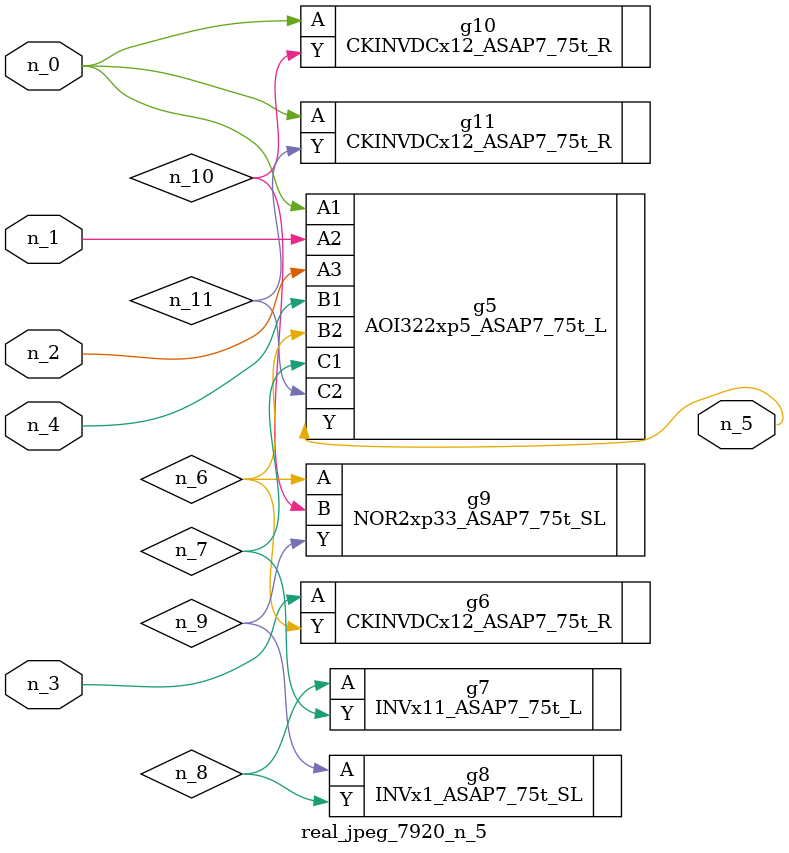
<source format=v>
module real_jpeg_7920_n_5 (n_4, n_0, n_1, n_2, n_3, n_5);

input n_4;
input n_0;
input n_1;
input n_2;
input n_3;

output n_5;

wire n_8;
wire n_11;
wire n_6;
wire n_7;
wire n_10;
wire n_9;

AOI322xp5_ASAP7_75t_L g5 ( 
.A1(n_0),
.A2(n_1),
.A3(n_2),
.B1(n_4),
.B2(n_6),
.C1(n_7),
.C2(n_11),
.Y(n_5)
);

CKINVDCx12_ASAP7_75t_R g10 ( 
.A(n_0),
.Y(n_10)
);

CKINVDCx12_ASAP7_75t_R g11 ( 
.A(n_0),
.Y(n_11)
);

CKINVDCx12_ASAP7_75t_R g6 ( 
.A(n_3),
.Y(n_6)
);

NOR2xp33_ASAP7_75t_SL g9 ( 
.A(n_6),
.B(n_10),
.Y(n_9)
);

INVx11_ASAP7_75t_L g7 ( 
.A(n_8),
.Y(n_7)
);

INVx1_ASAP7_75t_SL g8 ( 
.A(n_9),
.Y(n_8)
);


endmodule
</source>
